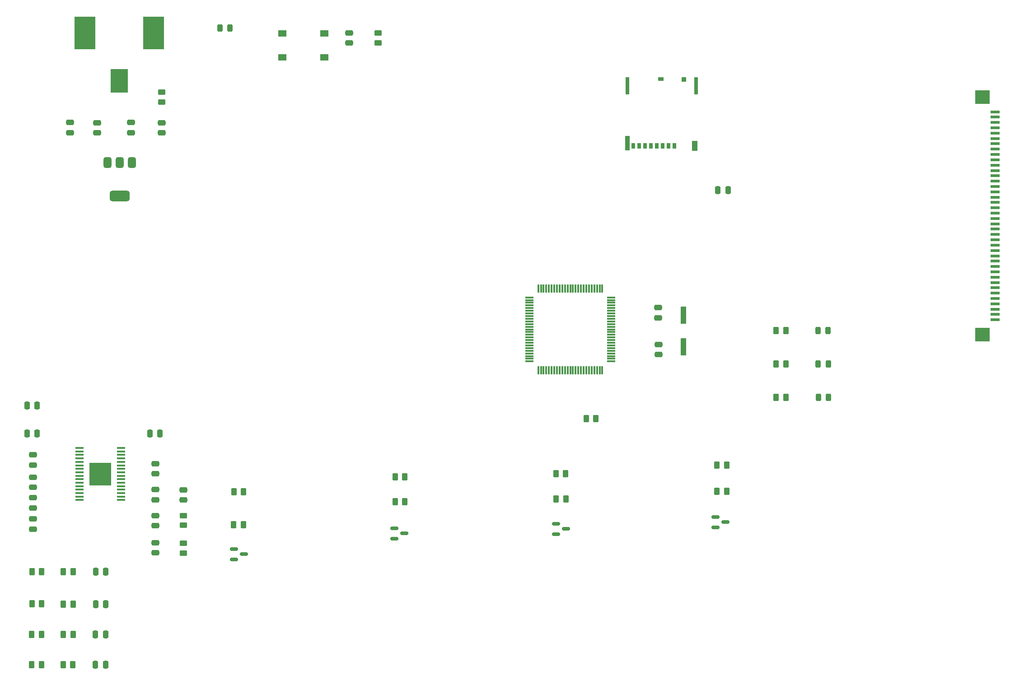
<source format=gtp>
G04 #@! TF.GenerationSoftware,KiCad,Pcbnew,8.0.4*
G04 #@! TF.CreationDate,2024-10-24T16:05:29-04:00*
G04 #@! TF.ProjectId,FULL BOARD,46554c4c-2042-44f4-9152-442e6b696361,rev?*
G04 #@! TF.SameCoordinates,Original*
G04 #@! TF.FileFunction,Paste,Top*
G04 #@! TF.FilePolarity,Positive*
%FSLAX46Y46*%
G04 Gerber Fmt 4.6, Leading zero omitted, Abs format (unit mm)*
G04 Created by KiCad (PCBNEW 8.0.4) date 2024-10-24 16:05:29*
%MOMM*%
%LPD*%
G01*
G04 APERTURE LIST*
G04 Aperture macros list*
%AMRoundRect*
0 Rectangle with rounded corners*
0 $1 Rounding radius*
0 $2 $3 $4 $5 $6 $7 $8 $9 X,Y pos of 4 corners*
0 Add a 4 corners polygon primitive as box body*
4,1,4,$2,$3,$4,$5,$6,$7,$8,$9,$2,$3,0*
0 Add four circle primitives for the rounded corners*
1,1,$1+$1,$2,$3*
1,1,$1+$1,$4,$5*
1,1,$1+$1,$6,$7*
1,1,$1+$1,$8,$9*
0 Add four rect primitives between the rounded corners*
20,1,$1+$1,$2,$3,$4,$5,0*
20,1,$1+$1,$4,$5,$6,$7,0*
20,1,$1+$1,$6,$7,$8,$9,0*
20,1,$1+$1,$8,$9,$2,$3,0*%
G04 Aperture macros list end*
%ADD10R,1.599999X0.449999*%
%ADD11R,4.110000X4.359999*%
%ADD12RoundRect,0.250000X-0.262500X-0.450000X0.262500X-0.450000X0.262500X0.450000X-0.262500X0.450000X0*%
%ADD13RoundRect,0.150000X-0.587500X-0.150000X0.587500X-0.150000X0.587500X0.150000X-0.587500X0.150000X0*%
%ADD14RoundRect,0.250000X0.475000X-0.250000X0.475000X0.250000X-0.475000X0.250000X-0.475000X-0.250000X0*%
%ADD15R,1.041400X3.200400*%
%ADD16RoundRect,0.250000X-0.450000X0.262500X-0.450000X-0.262500X0.450000X-0.262500X0.450000X0.262500X0*%
%ADD17RoundRect,0.250000X-0.475000X0.250000X-0.475000X-0.250000X0.475000X-0.250000X0.475000X0.250000X0*%
%ADD18RoundRect,0.243750X0.243750X0.456250X-0.243750X0.456250X-0.243750X-0.456250X0.243750X-0.456250X0*%
%ADD19RoundRect,0.243750X-0.243750X-0.456250X0.243750X-0.456250X0.243750X0.456250X-0.243750X0.456250X0*%
%ADD20R,3.302000X4.394200*%
%ADD21R,3.911600X6.197600*%
%ADD22RoundRect,0.250000X-0.250000X-0.475000X0.250000X-0.475000X0.250000X0.475000X-0.250000X0.475000X0*%
%ADD23RoundRect,0.250000X0.262500X0.450000X-0.262500X0.450000X-0.262500X-0.450000X0.262500X-0.450000X0*%
%ADD24RoundRect,0.250000X0.450000X-0.262500X0.450000X0.262500X-0.450000X0.262500X-0.450000X-0.262500X0*%
%ADD25RoundRect,0.250000X0.250000X0.475000X-0.250000X0.475000X-0.250000X-0.475000X0.250000X-0.475000X0*%
%ADD26RoundRect,0.075000X0.075000X0.725000X-0.075000X0.725000X-0.075000X-0.725000X0.075000X-0.725000X0*%
%ADD27RoundRect,0.075000X0.725000X0.075000X-0.725000X0.075000X-0.725000X-0.075000X0.725000X-0.075000X0*%
%ADD28R,0.700000X1.100000*%
%ADD29R,0.900000X0.930000*%
%ADD30R,1.050000X0.780000*%
%ADD31R,1.140000X1.830000*%
%ADD32R,0.860000X2.800000*%
%ADD33R,0.700000X3.330000*%
%ADD34RoundRect,0.375000X-0.375000X0.625000X-0.375000X-0.625000X0.375000X-0.625000X0.375000X0.625000X0*%
%ADD35RoundRect,0.500000X-1.400000X0.500000X-1.400000X-0.500000X1.400000X-0.500000X1.400000X0.500000X0*%
%ADD36R,1.550000X1.300000*%
%ADD37R,1.700000X0.600000*%
%ADD38R,2.800000X2.500000*%
G04 APERTURE END LIST*
D10*
X89810000Y-138484999D03*
X89810000Y-137834998D03*
X89810000Y-137184999D03*
X89810000Y-136534998D03*
X89810000Y-135884999D03*
X89810000Y-135234998D03*
X89810000Y-134584999D03*
X89810000Y-133934998D03*
X89810000Y-133284999D03*
X89810000Y-132634998D03*
X89810000Y-131984999D03*
X89810000Y-131334998D03*
X89810000Y-130685000D03*
X89810000Y-130034998D03*
X89810000Y-129385000D03*
X89810000Y-128734998D03*
X82010000Y-128734998D03*
X82010000Y-129385000D03*
X82010000Y-130034998D03*
X82010000Y-130685000D03*
X82010000Y-131334998D03*
X82010000Y-131984999D03*
X82010000Y-132634998D03*
X82010000Y-133284999D03*
X82010000Y-133934998D03*
X82010000Y-134584999D03*
X82010000Y-135234998D03*
X82010000Y-135884999D03*
X82010000Y-136534998D03*
X82010000Y-137184999D03*
X82010000Y-137834998D03*
X82010000Y-138484999D03*
D11*
X85910000Y-133610000D03*
D12*
X203320000Y-136860000D03*
X201495000Y-136860000D03*
X173190000Y-138300000D03*
X171365000Y-138300000D03*
X143000000Y-138840000D03*
X141175000Y-138840000D03*
X110915000Y-143080000D03*
X112740000Y-143080000D03*
D13*
X203120000Y-142650000D03*
X201245000Y-143600000D03*
X201245000Y-141700000D03*
X171315000Y-142970000D03*
X171315000Y-144870000D03*
X173190000Y-143920000D03*
X142950000Y-144750000D03*
X141075000Y-145700000D03*
X141075000Y-143800000D03*
X110987500Y-147710000D03*
X110987500Y-149610000D03*
X112862500Y-148660000D03*
D14*
X96217800Y-143295400D03*
X96217800Y-141395400D03*
D12*
X78980000Y-163690000D03*
X80805000Y-163690000D03*
D15*
X195202200Y-109786400D03*
X195202200Y-103868200D03*
D16*
X101523800Y-146583400D03*
X101523800Y-148408400D03*
D17*
X101473000Y-136555600D03*
X101473000Y-138455600D03*
X80243800Y-67696200D03*
X80243800Y-69596200D03*
D18*
X222352500Y-106695000D03*
X220477500Y-106695000D03*
D14*
X96228200Y-148389000D03*
X96228200Y-146489000D03*
D17*
X73320000Y-138050000D03*
X73320000Y-139950000D03*
D19*
X108363900Y-49961800D03*
X110238900Y-49961800D03*
D20*
X89500000Y-59847110D03*
D21*
X95955800Y-50903400D03*
X83044200Y-50903400D03*
D14*
X97465000Y-69641800D03*
X97465000Y-67741800D03*
D22*
X85030000Y-163690000D03*
X86930000Y-163690000D03*
D14*
X190530000Y-104330000D03*
X190530000Y-102430000D03*
X96240600Y-133553200D03*
X96240600Y-131653200D03*
D12*
X212600000Y-119225000D03*
X214425000Y-119225000D03*
D14*
X96240600Y-138450400D03*
X96240600Y-136550400D03*
D23*
X112799000Y-136954000D03*
X110974000Y-136954000D03*
D18*
X222372500Y-112955000D03*
X220497500Y-112955000D03*
D24*
X138023600Y-52752000D03*
X138023600Y-50927000D03*
D12*
X73107500Y-157950000D03*
X74932500Y-157950000D03*
X212612500Y-112965000D03*
X214437500Y-112965000D03*
X212612500Y-106715000D03*
X214437500Y-106715000D03*
D14*
X73320000Y-136130000D03*
X73320000Y-134230000D03*
D16*
X101498400Y-141405600D03*
X101498400Y-143230600D03*
D23*
X173160000Y-133580000D03*
X171335000Y-133580000D03*
D17*
X73320000Y-130030000D03*
X73320000Y-131930000D03*
D12*
X73095000Y-163690000D03*
X74920000Y-163690000D03*
D25*
X86980000Y-151900000D03*
X85080000Y-151900000D03*
D26*
X180027000Y-114176000D03*
X179527000Y-114176000D03*
X179027000Y-114176000D03*
X178527000Y-114176000D03*
X178027000Y-114176000D03*
X177527000Y-114176000D03*
X177027000Y-114176000D03*
X176527000Y-114176000D03*
X176027000Y-114176000D03*
X175527000Y-114176000D03*
X175027000Y-114176000D03*
X174527000Y-114176000D03*
X174027000Y-114176000D03*
X173527000Y-114176000D03*
X173027000Y-114176000D03*
X172527000Y-114176000D03*
X172027000Y-114176000D03*
X171527000Y-114176000D03*
X171027000Y-114176000D03*
X170527000Y-114176000D03*
X170027000Y-114176000D03*
X169527000Y-114176000D03*
X169027000Y-114176000D03*
X168527000Y-114176000D03*
X168027000Y-114176000D03*
D27*
X166352000Y-112501000D03*
X166352000Y-112001000D03*
X166352000Y-111501000D03*
X166352000Y-111001000D03*
X166352000Y-110501000D03*
X166352000Y-110001000D03*
X166352000Y-109501000D03*
X166352000Y-109001000D03*
X166352000Y-108501000D03*
X166352000Y-108001000D03*
X166352000Y-107501000D03*
X166352000Y-107001000D03*
X166352000Y-106501000D03*
X166352000Y-106001000D03*
X166352000Y-105501000D03*
X166352000Y-105001000D03*
X166352000Y-104501000D03*
X166352000Y-104001000D03*
X166352000Y-103501000D03*
X166352000Y-103001000D03*
X166352000Y-102501000D03*
X166352000Y-102001000D03*
X166352000Y-101501000D03*
X166352000Y-101001000D03*
X166352000Y-100501000D03*
D26*
X168027000Y-98826000D03*
X168527000Y-98826000D03*
X169027000Y-98826000D03*
X169527000Y-98826000D03*
X170027000Y-98826000D03*
X170527000Y-98826000D03*
X171027000Y-98826000D03*
X171527000Y-98826000D03*
X172027000Y-98826000D03*
X172527000Y-98826000D03*
X173027000Y-98826000D03*
X173527000Y-98826000D03*
X174027000Y-98826000D03*
X174527000Y-98826000D03*
X175027000Y-98826000D03*
X175527000Y-98826000D03*
X176027000Y-98826000D03*
X176527000Y-98826000D03*
X177027000Y-98826000D03*
X177527000Y-98826000D03*
X178027000Y-98826000D03*
X178527000Y-98826000D03*
X179027000Y-98826000D03*
X179527000Y-98826000D03*
X180027000Y-98826000D03*
D27*
X181702000Y-100501000D03*
X181702000Y-101001000D03*
X181702000Y-101501000D03*
X181702000Y-102001000D03*
X181702000Y-102501000D03*
X181702000Y-103001000D03*
X181702000Y-103501000D03*
X181702000Y-104001000D03*
X181702000Y-104501000D03*
X181702000Y-105001000D03*
X181702000Y-105501000D03*
X181702000Y-106001000D03*
X181702000Y-106501000D03*
X181702000Y-107001000D03*
X181702000Y-107501000D03*
X181702000Y-108001000D03*
X181702000Y-108501000D03*
X181702000Y-109001000D03*
X181702000Y-109501000D03*
X181702000Y-110001000D03*
X181702000Y-110501000D03*
X181702000Y-111001000D03*
X181702000Y-111501000D03*
X181702000Y-112001000D03*
X181702000Y-112501000D03*
D12*
X73130000Y-151890000D03*
X74955000Y-151890000D03*
D25*
X86935000Y-169390000D03*
X85035000Y-169390000D03*
D12*
X73090000Y-169390000D03*
X74915000Y-169390000D03*
D28*
X193510000Y-72070000D03*
X192410000Y-72070000D03*
X191310000Y-72070000D03*
X190210000Y-72070000D03*
X189110000Y-72070000D03*
X188010000Y-72070000D03*
X186910000Y-72070000D03*
X185810000Y-72070000D03*
D29*
X195300000Y-59605000D03*
D30*
X191035000Y-59530000D03*
D31*
X197390000Y-72055000D03*
D32*
X184730000Y-71570000D03*
D33*
X197610000Y-60805000D03*
X184730000Y-60805000D03*
D34*
X91891000Y-75188800D03*
X89591000Y-75188800D03*
D35*
X89591000Y-81488800D03*
D34*
X87291000Y-75188800D03*
D36*
X120013400Y-50988600D03*
X127963400Y-50988600D03*
X120013400Y-55488600D03*
X127963400Y-55488600D03*
D22*
X85050000Y-158000000D03*
X86950000Y-158000000D03*
D17*
X132537200Y-50901600D03*
X132537200Y-52801600D03*
D14*
X91699200Y-69616400D03*
X91699200Y-67716400D03*
D12*
X78975000Y-169390000D03*
X80800000Y-169390000D03*
D23*
X143000000Y-134170000D03*
X141175000Y-134170000D03*
D17*
X190580000Y-109310000D03*
X190580000Y-111210000D03*
X85349200Y-67759600D03*
X85349200Y-69659600D03*
D25*
X97127400Y-126054800D03*
X95227400Y-126054800D03*
D37*
X253690000Y-104700000D03*
X253690000Y-103700000D03*
X253690000Y-102700000D03*
X253690000Y-101700000D03*
X253690000Y-100700000D03*
X253690000Y-99700000D03*
X253690000Y-98700000D03*
X253690000Y-97700000D03*
X253690000Y-96700000D03*
X253690000Y-95700000D03*
X253690000Y-94700000D03*
X253690000Y-93700000D03*
X253690000Y-92700000D03*
X253690000Y-91700000D03*
X253690000Y-90700000D03*
X253690000Y-89700000D03*
X253690000Y-88700000D03*
X253690000Y-87700000D03*
X253690000Y-86700000D03*
X253690000Y-85700000D03*
X253690000Y-84700000D03*
X253690000Y-83700000D03*
X253690000Y-82700000D03*
X253690000Y-81700000D03*
X253690000Y-80700000D03*
X253690000Y-79700000D03*
X253690000Y-78700000D03*
X253690000Y-77700000D03*
X253690000Y-76700000D03*
X253690000Y-75700000D03*
X253690000Y-74700000D03*
X253690000Y-73700000D03*
X253690000Y-72700000D03*
X253690000Y-71700000D03*
X253690000Y-70700000D03*
X253690000Y-69700000D03*
X253690000Y-68700000D03*
X253690000Y-67700000D03*
X253690000Y-66700000D03*
X253690000Y-65700000D03*
D38*
X251240000Y-107450000D03*
X251240000Y-62950000D03*
D22*
X72210000Y-126040000D03*
X74110000Y-126040000D03*
X201700000Y-80375000D03*
X203600000Y-80375000D03*
D18*
X222387500Y-119235000D03*
X220512500Y-119235000D03*
D16*
X97458500Y-62036300D03*
X97458500Y-63861300D03*
D22*
X72202600Y-120782200D03*
X74102600Y-120782200D03*
D23*
X203320000Y-131970000D03*
X201495000Y-131970000D03*
D12*
X78987500Y-157990000D03*
X80812500Y-157990000D03*
X79015000Y-151900000D03*
X80840000Y-151900000D03*
X177014500Y-123240800D03*
X178839500Y-123240800D03*
D14*
X73320000Y-143950000D03*
X73320000Y-142050000D03*
M02*

</source>
